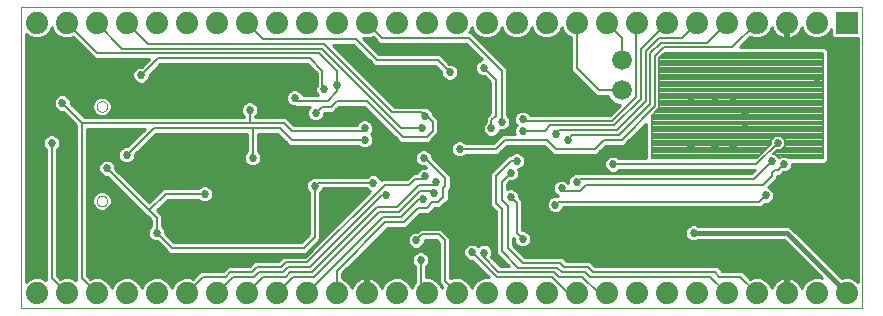
<source format=gbl>
G75*
%MOIN*%
%OFA0B0*%
%FSLAX24Y24*%
%IPPOS*%
%LPD*%
%AMOC8*
5,1,8,0,0,1.08239X$1,22.5*
%
%ADD10C,0.0000*%
%ADD11C,0.0740*%
%ADD12R,0.0740X0.0740*%
%ADD13C,0.0660*%
%ADD14C,0.0270*%
%ADD15C,0.0100*%
%ADD16C,0.0080*%
%ADD17C,0.0160*%
D10*
X004240Y017780D02*
X004240Y027820D01*
X032280Y027820D01*
X032280Y017780D01*
X004240Y017780D01*
X006763Y021364D02*
X006765Y021390D01*
X006771Y021416D01*
X006780Y021440D01*
X006793Y021463D01*
X006810Y021483D01*
X006829Y021501D01*
X006851Y021516D01*
X006874Y021527D01*
X006899Y021535D01*
X006925Y021539D01*
X006951Y021539D01*
X006977Y021535D01*
X007002Y021527D01*
X007026Y021516D01*
X007047Y021501D01*
X007066Y021483D01*
X007083Y021463D01*
X007096Y021440D01*
X007105Y021416D01*
X007111Y021390D01*
X007113Y021364D01*
X007111Y021338D01*
X007105Y021312D01*
X007096Y021288D01*
X007083Y021265D01*
X007066Y021245D01*
X007047Y021227D01*
X007025Y021212D01*
X007002Y021201D01*
X006977Y021193D01*
X006951Y021189D01*
X006925Y021189D01*
X006899Y021193D01*
X006874Y021201D01*
X006850Y021212D01*
X006829Y021227D01*
X006810Y021245D01*
X006793Y021265D01*
X006780Y021288D01*
X006771Y021312D01*
X006765Y021338D01*
X006763Y021364D01*
X006763Y024514D02*
X006765Y024540D01*
X006771Y024566D01*
X006780Y024590D01*
X006793Y024613D01*
X006810Y024633D01*
X006829Y024651D01*
X006851Y024666D01*
X006874Y024677D01*
X006899Y024685D01*
X006925Y024689D01*
X006951Y024689D01*
X006977Y024685D01*
X007002Y024677D01*
X007026Y024666D01*
X007047Y024651D01*
X007066Y024633D01*
X007083Y024613D01*
X007096Y024590D01*
X007105Y024566D01*
X007111Y024540D01*
X007113Y024514D01*
X007111Y024488D01*
X007105Y024462D01*
X007096Y024438D01*
X007083Y024415D01*
X007066Y024395D01*
X007047Y024377D01*
X007025Y024362D01*
X007002Y024351D01*
X006977Y024343D01*
X006951Y024339D01*
X006925Y024339D01*
X006899Y024343D01*
X006874Y024351D01*
X006850Y024362D01*
X006829Y024377D01*
X006810Y024395D01*
X006793Y024415D01*
X006780Y024438D01*
X006771Y024462D01*
X006765Y024488D01*
X006763Y024514D01*
D11*
X006760Y027300D03*
X007760Y027300D03*
X008760Y027300D03*
X009760Y027300D03*
X010760Y027300D03*
X011760Y027300D03*
X012760Y027300D03*
X013760Y027300D03*
X014760Y027300D03*
X015760Y027300D03*
X016760Y027300D03*
X017760Y027300D03*
X018760Y027300D03*
X019760Y027300D03*
X020760Y027300D03*
X021760Y027300D03*
X022760Y027300D03*
X023760Y027300D03*
X024760Y027300D03*
X025760Y027300D03*
X026760Y027300D03*
X027760Y027300D03*
X028760Y027300D03*
X029760Y027300D03*
X030760Y027300D03*
X030760Y018300D03*
X031760Y018300D03*
X029760Y018300D03*
X028760Y018300D03*
X027760Y018300D03*
X026760Y018300D03*
X025760Y018300D03*
X024760Y018300D03*
X023760Y018300D03*
X022760Y018300D03*
X021760Y018300D03*
X020760Y018300D03*
X019760Y018300D03*
X018760Y018300D03*
X017760Y018300D03*
X016760Y018300D03*
X015760Y018300D03*
X014760Y018300D03*
X013760Y018300D03*
X012760Y018300D03*
X011760Y018300D03*
X010760Y018300D03*
X009760Y018300D03*
X008760Y018300D03*
X007760Y018300D03*
X006760Y018300D03*
X005760Y018300D03*
X004760Y018300D03*
X004760Y027300D03*
X005760Y027300D03*
D12*
X031760Y027300D03*
D13*
X024260Y026050D03*
X024260Y025050D03*
D14*
X026560Y024800D03*
X027360Y024800D03*
X027960Y024800D03*
X028360Y024300D03*
X028360Y023800D03*
X027960Y023200D03*
X027360Y023200D03*
X026560Y023200D03*
X024920Y023300D03*
X023880Y023100D03*
X023970Y022590D03*
X022760Y022000D03*
X022260Y021790D03*
X022050Y021240D03*
X020560Y021500D03*
X020560Y022300D03*
X020760Y022700D03*
X020960Y023690D03*
X020260Y024000D03*
X019920Y023780D03*
X019550Y024340D03*
X018460Y024550D03*
X017700Y024200D03*
X017620Y023800D03*
X018860Y023100D03*
X017660Y022800D03*
X017700Y022190D03*
X018080Y022000D03*
X018020Y021620D03*
X017640Y021420D03*
X016420Y021560D03*
X015970Y021970D03*
X015550Y022260D03*
X015950Y022720D03*
X015690Y023400D03*
X015690Y023800D03*
X014060Y024300D03*
X014340Y025080D03*
X014780Y025220D03*
X013360Y024800D03*
X013060Y025100D03*
X011860Y024400D03*
X010560Y023200D03*
X011960Y022800D03*
X012160Y022200D03*
X010360Y021600D03*
X008760Y020300D03*
X007100Y022460D03*
X007760Y022900D03*
X007120Y023330D03*
X005260Y023300D03*
X005611Y024629D03*
X008240Y025560D03*
X014030Y021870D03*
X017410Y020060D03*
X018060Y019900D03*
X017560Y019400D03*
X019270Y019660D03*
X019460Y020010D03*
X019670Y019640D03*
X020960Y020100D03*
X022960Y019800D03*
X026660Y020300D03*
X029060Y021550D03*
X029660Y022600D03*
X029260Y022700D03*
X029460Y023300D03*
X030760Y025300D03*
X022460Y023400D03*
X022060Y023600D03*
X020960Y024090D03*
X019660Y025800D03*
X018530Y025660D03*
X017220Y025280D03*
X022410Y022590D03*
D15*
X022598Y022242D02*
X022518Y022161D01*
X022475Y022057D01*
X022475Y021978D01*
X022421Y022032D01*
X022316Y022075D01*
X022203Y022075D01*
X022098Y022032D01*
X022018Y021951D01*
X021975Y021847D01*
X021975Y021733D01*
X022018Y021629D01*
X022098Y021548D01*
X022142Y021530D01*
X022071Y021530D01*
X022066Y021525D01*
X021993Y021525D01*
X021888Y021482D01*
X021808Y021401D01*
X021765Y021297D01*
X021765Y021183D01*
X021808Y021079D01*
X021888Y020998D01*
X021993Y020955D01*
X022106Y020955D01*
X022211Y020998D01*
X022291Y021079D01*
X022321Y021150D01*
X028928Y021150D01*
X029043Y021265D01*
X029116Y021265D01*
X029221Y021308D01*
X029301Y021389D01*
X029345Y021493D01*
X029345Y021607D01*
X029301Y021711D01*
X029221Y021792D01*
X029149Y021821D01*
X029150Y021821D01*
X029150Y021821D01*
X029338Y022010D01*
X029450Y022121D01*
X029450Y022210D01*
X029538Y022210D01*
X029643Y022315D01*
X029716Y022315D01*
X029821Y022358D01*
X029901Y022439D01*
X029945Y022543D01*
X029945Y022610D01*
X031038Y022610D01*
X031150Y022721D01*
X031150Y026379D01*
X031038Y026490D01*
X028218Y026490D01*
X028552Y026823D01*
X028656Y026780D01*
X028863Y026780D01*
X029054Y026859D01*
X029200Y027005D01*
X029261Y027152D01*
X029278Y027100D01*
X029315Y027027D01*
X029363Y026961D01*
X029421Y026903D01*
X029487Y026855D01*
X029560Y026818D01*
X029638Y026793D01*
X029710Y026781D01*
X029710Y027250D01*
X029810Y027250D01*
X029810Y026781D01*
X029881Y026793D01*
X029959Y026818D01*
X030032Y026855D01*
X030098Y026903D01*
X030156Y026961D01*
X030204Y027027D01*
X030241Y027100D01*
X030258Y027152D01*
X030319Y027005D01*
X030465Y026859D01*
X030656Y026780D01*
X030863Y026780D01*
X031054Y026859D01*
X031200Y027005D01*
X031240Y027100D01*
X031240Y026868D01*
X031327Y026780D01*
X032130Y026780D01*
X032130Y018665D01*
X032054Y018741D01*
X031863Y018820D01*
X031656Y018820D01*
X031592Y018793D01*
X029855Y020530D01*
X026833Y020530D01*
X026821Y020542D01*
X026716Y020585D01*
X026603Y020585D01*
X026498Y020542D01*
X026418Y020461D01*
X026375Y020357D01*
X026375Y020243D01*
X026418Y020139D01*
X026498Y020058D01*
X026603Y020015D01*
X026716Y020015D01*
X026821Y020058D01*
X026833Y020070D01*
X029664Y020070D01*
X030951Y018784D01*
X030863Y018820D01*
X030656Y018820D01*
X030465Y018741D01*
X030319Y018595D01*
X030258Y018448D01*
X030241Y018500D01*
X030204Y018573D01*
X030156Y018639D01*
X030098Y018697D01*
X030032Y018745D01*
X029959Y018782D01*
X029881Y018807D01*
X029810Y018819D01*
X029810Y018350D01*
X029710Y018350D01*
X029710Y018819D01*
X029638Y018807D01*
X029560Y018782D01*
X029487Y018745D01*
X029421Y018697D01*
X029363Y018639D01*
X029315Y018573D01*
X029278Y018500D01*
X029261Y018448D01*
X029200Y018595D01*
X029054Y018741D01*
X028863Y018820D01*
X028656Y018820D01*
X028552Y018777D01*
X028410Y018919D01*
X028298Y019030D01*
X027598Y019030D01*
X027560Y019069D01*
X027560Y019079D01*
X027448Y019190D01*
X023378Y019190D01*
X023320Y019249D01*
X023208Y019360D01*
X022428Y019360D01*
X022298Y019490D01*
X021038Y019490D01*
X020650Y019879D01*
X020650Y020141D01*
X020675Y020116D01*
X020675Y020043D01*
X020718Y019939D01*
X020798Y019858D01*
X020903Y019815D01*
X021016Y019815D01*
X021121Y019858D01*
X021201Y019939D01*
X021245Y020043D01*
X021245Y020157D01*
X021201Y020261D01*
X021121Y020342D01*
X021016Y020385D01*
X020950Y020385D01*
X020950Y021379D01*
X020845Y021484D01*
X020845Y021557D01*
X020801Y021661D01*
X020721Y021742D01*
X020616Y021785D01*
X020503Y021785D01*
X020450Y021763D01*
X020450Y021921D01*
X020543Y022015D01*
X020616Y022015D01*
X020721Y022058D01*
X020801Y022139D01*
X020845Y022243D01*
X020845Y022357D01*
X020820Y022416D01*
X020921Y022458D01*
X021001Y022539D01*
X021045Y022643D01*
X021045Y022757D01*
X021001Y022861D01*
X020921Y022942D01*
X020816Y022985D01*
X020703Y022985D01*
X020598Y022942D01*
X020546Y022890D01*
X020481Y022890D01*
X020370Y022779D01*
X019870Y022279D01*
X019870Y021221D01*
X019981Y021110D01*
X020070Y021021D01*
X020070Y019621D01*
X020181Y019510D01*
X020501Y019190D01*
X020228Y019190D01*
X019919Y019499D01*
X019955Y019583D01*
X019955Y019697D01*
X019911Y019801D01*
X019831Y019882D01*
X019726Y019925D01*
X019613Y019925D01*
X019508Y019882D01*
X019480Y019853D01*
X019431Y019902D01*
X019326Y019945D01*
X019213Y019945D01*
X019108Y019902D01*
X019028Y019821D01*
X018985Y019717D01*
X018985Y019603D01*
X019028Y019499D01*
X019108Y019418D01*
X019213Y019375D01*
X019286Y019375D01*
X019841Y018820D01*
X019656Y018820D01*
X019465Y018741D01*
X019319Y018595D01*
X019260Y018452D01*
X019200Y018595D01*
X019054Y018741D01*
X018863Y018820D01*
X018656Y018820D01*
X018559Y018780D01*
X018550Y018789D01*
X018550Y020129D01*
X018350Y020329D01*
X018238Y020440D01*
X017531Y020440D01*
X017436Y020345D01*
X017353Y020345D01*
X017248Y020302D01*
X017168Y020221D01*
X017125Y020117D01*
X017125Y020003D01*
X017168Y019899D01*
X017248Y019818D01*
X017353Y019775D01*
X017466Y019775D01*
X017571Y019818D01*
X017651Y019899D01*
X017695Y020003D01*
X017695Y020060D01*
X018081Y020060D01*
X018170Y019971D01*
X018170Y018631D01*
X018281Y018520D01*
X018286Y018515D01*
X018260Y018452D01*
X018200Y018595D01*
X018054Y018741D01*
X017863Y018820D01*
X017750Y018820D01*
X017750Y019187D01*
X017801Y019239D01*
X017845Y019343D01*
X017845Y019457D01*
X017801Y019561D01*
X017721Y019642D01*
X017616Y019685D01*
X017503Y019685D01*
X017398Y019642D01*
X017318Y019561D01*
X017275Y019457D01*
X017275Y019343D01*
X017318Y019239D01*
X017370Y019187D01*
X017370Y018645D01*
X017319Y018595D01*
X017260Y018452D01*
X017200Y018595D01*
X017054Y018741D01*
X016863Y018820D01*
X016656Y018820D01*
X016465Y018741D01*
X016319Y018595D01*
X016258Y018448D01*
X016241Y018500D01*
X016204Y018573D01*
X016156Y018639D01*
X016098Y018697D01*
X016032Y018745D01*
X015959Y018782D01*
X015881Y018807D01*
X015810Y018819D01*
X015810Y018350D01*
X015710Y018350D01*
X015710Y018819D01*
X015638Y018807D01*
X015560Y018782D01*
X015487Y018745D01*
X015421Y018697D01*
X015363Y018639D01*
X015315Y018573D01*
X015278Y018500D01*
X015261Y018448D01*
X015200Y018595D01*
X015054Y018741D01*
X014950Y018784D01*
X014950Y018951D01*
X016458Y020460D01*
X017068Y020460D01*
X017548Y020940D01*
X017838Y020940D01*
X018028Y021130D01*
X018218Y021130D01*
X018388Y021300D01*
X018500Y021411D01*
X018500Y021731D01*
X018560Y021791D01*
X018560Y022199D01*
X017945Y022814D01*
X017945Y022857D01*
X017901Y022961D01*
X017821Y023042D01*
X017716Y023085D01*
X017603Y023085D01*
X017498Y023042D01*
X017418Y022961D01*
X017375Y022857D01*
X017375Y022743D01*
X017418Y022639D01*
X017498Y022558D01*
X017603Y022515D01*
X017706Y022515D01*
X017746Y022475D01*
X017643Y022475D01*
X017538Y022432D01*
X017458Y022351D01*
X017437Y022300D01*
X017301Y022300D01*
X017190Y022189D01*
X017091Y022090D01*
X016281Y022090D01*
X016244Y022053D01*
X016211Y022131D01*
X016131Y022212D01*
X016026Y022255D01*
X015913Y022255D01*
X015808Y022212D01*
X015756Y022160D01*
X014051Y022160D01*
X014046Y022155D01*
X013973Y022155D01*
X013868Y022112D01*
X013788Y022031D01*
X013745Y021927D01*
X013745Y021813D01*
X013788Y021709D01*
X013840Y021657D01*
X013840Y020249D01*
X013581Y019990D01*
X009338Y019990D01*
X009045Y020284D01*
X009045Y020357D01*
X009001Y020461D01*
X008950Y020513D01*
X008950Y020879D01*
X008778Y021050D01*
X009138Y021410D01*
X010146Y021410D01*
X010198Y021358D01*
X010303Y021315D01*
X010416Y021315D01*
X010521Y021358D01*
X010601Y021439D01*
X010645Y021543D01*
X010645Y021657D01*
X010601Y021761D01*
X010521Y021842D01*
X010416Y021885D01*
X010303Y021885D01*
X010198Y021842D01*
X010146Y021790D01*
X008981Y021790D01*
X008510Y021319D01*
X007385Y022444D01*
X007385Y022517D01*
X007341Y022621D01*
X007261Y022702D01*
X007156Y022745D01*
X007043Y022745D01*
X006938Y022702D01*
X006858Y022621D01*
X006815Y022517D01*
X006815Y022403D01*
X006858Y022299D01*
X006938Y022218D01*
X007043Y022175D01*
X007116Y022175D01*
X008320Y020971D01*
X008431Y020860D01*
X008570Y020721D01*
X008570Y020513D01*
X008518Y020461D01*
X008475Y020357D01*
X008475Y020243D01*
X008518Y020139D01*
X008598Y020058D01*
X008703Y020015D01*
X008776Y020015D01*
X009070Y019721D01*
X009181Y019610D01*
X013738Y019610D01*
X014220Y020091D01*
X014220Y021657D01*
X014271Y021709D01*
X014301Y021780D01*
X015756Y021780D01*
X015808Y021728D01*
X015887Y021696D01*
X013701Y019510D01*
X012981Y019510D01*
X012821Y019350D01*
X012021Y019350D01*
X011861Y019190D01*
X011141Y019190D01*
X010981Y019030D01*
X010221Y019030D01*
X010110Y018919D01*
X009968Y018777D01*
X009863Y018820D01*
X009656Y018820D01*
X009465Y018741D01*
X009319Y018595D01*
X009260Y018452D01*
X009200Y018595D01*
X009054Y018741D01*
X008863Y018820D01*
X008656Y018820D01*
X008465Y018741D01*
X008319Y018595D01*
X008260Y018452D01*
X008200Y018595D01*
X008054Y018741D01*
X007863Y018820D01*
X007656Y018820D01*
X007465Y018741D01*
X007319Y018595D01*
X007260Y018452D01*
X007200Y018595D01*
X007054Y018741D01*
X006863Y018820D01*
X006656Y018820D01*
X006552Y018777D01*
X006450Y018879D01*
X006450Y023770D01*
X008361Y023770D01*
X007776Y023185D01*
X007703Y023185D01*
X007598Y023142D01*
X007518Y023061D01*
X007475Y022957D01*
X007475Y022843D01*
X007518Y022739D01*
X007598Y022658D01*
X007703Y022615D01*
X007816Y022615D01*
X007921Y022658D01*
X008001Y022739D01*
X008045Y022843D01*
X008045Y022916D01*
X008738Y023610D01*
X011770Y023610D01*
X011770Y023013D01*
X011718Y022961D01*
X011675Y022857D01*
X011675Y022743D01*
X011718Y022639D01*
X011798Y022558D01*
X011903Y022515D01*
X012016Y022515D01*
X012121Y022558D01*
X012201Y022639D01*
X012245Y022743D01*
X012245Y022857D01*
X012201Y022961D01*
X012150Y023013D01*
X012150Y023610D01*
X012781Y023610D01*
X013070Y023321D01*
X013181Y023210D01*
X015476Y023210D01*
X015528Y023158D01*
X015633Y023115D01*
X015746Y023115D01*
X015851Y023158D01*
X015931Y023239D01*
X015975Y023343D01*
X015975Y023457D01*
X015931Y023561D01*
X015893Y023600D01*
X015931Y023639D01*
X015975Y023743D01*
X015975Y023857D01*
X015931Y023961D01*
X015851Y024042D01*
X015746Y024085D01*
X015633Y024085D01*
X015528Y024042D01*
X015448Y023961D01*
X015418Y023890D01*
X013338Y023890D01*
X013078Y024150D01*
X012050Y024150D01*
X012050Y024187D01*
X012101Y024239D01*
X012145Y024343D01*
X012145Y024457D01*
X012101Y024561D01*
X012021Y024642D01*
X011916Y024685D01*
X011803Y024685D01*
X011698Y024642D01*
X011618Y024561D01*
X011575Y024457D01*
X011575Y024343D01*
X011618Y024239D01*
X011670Y024187D01*
X011670Y024150D01*
X006358Y024150D01*
X005896Y024612D01*
X005896Y024685D01*
X005852Y024790D01*
X005772Y024870D01*
X005667Y024914D01*
X005554Y024914D01*
X005449Y024870D01*
X005369Y024790D01*
X005326Y024685D01*
X005326Y024572D01*
X005369Y024467D01*
X005449Y024387D01*
X005554Y024344D01*
X005627Y024344D01*
X006070Y023901D01*
X006070Y018725D01*
X006054Y018741D01*
X005863Y018820D01*
X005656Y018820D01*
X005552Y018777D01*
X005450Y018879D01*
X005450Y023087D01*
X005501Y023139D01*
X005545Y023243D01*
X005545Y023357D01*
X005501Y023461D01*
X005421Y023542D01*
X005316Y023585D01*
X005203Y023585D01*
X005098Y023542D01*
X005018Y023461D01*
X004975Y023357D01*
X004975Y023243D01*
X005018Y023139D01*
X005070Y023087D01*
X005070Y018725D01*
X005054Y018741D01*
X004863Y018820D01*
X004656Y018820D01*
X004465Y018741D01*
X004390Y018665D01*
X004390Y026935D01*
X004465Y026859D01*
X004656Y026780D01*
X004863Y026780D01*
X005054Y026859D01*
X005200Y027005D01*
X005260Y027148D01*
X005319Y027005D01*
X005465Y026859D01*
X005656Y026780D01*
X005863Y026780D01*
X005968Y026823D01*
X006701Y026090D01*
X008501Y026090D01*
X008256Y025845D01*
X008183Y025845D01*
X008078Y025802D01*
X007998Y025721D01*
X007955Y025617D01*
X007955Y025503D01*
X007998Y025399D01*
X008078Y025318D01*
X008183Y025275D01*
X008296Y025275D01*
X008401Y025318D01*
X008481Y025399D01*
X008525Y025503D01*
X008525Y025576D01*
X008878Y025930D01*
X013781Y025930D01*
X014090Y025621D01*
X014090Y025221D01*
X014055Y025137D01*
X014055Y025023D01*
X014098Y024919D01*
X014126Y024890D01*
X013631Y024890D01*
X013601Y024961D01*
X013521Y025042D01*
X013416Y025085D01*
X013303Y025085D01*
X013198Y025042D01*
X013118Y024961D01*
X013075Y024857D01*
X013075Y024743D01*
X013118Y024639D01*
X013198Y024558D01*
X013303Y024515D01*
X013376Y024515D01*
X013381Y024510D01*
X013866Y024510D01*
X013818Y024461D01*
X013775Y024357D01*
X013775Y024243D01*
X013818Y024139D01*
X013898Y024058D01*
X014003Y024015D01*
X014116Y024015D01*
X014221Y024058D01*
X014301Y024139D01*
X014345Y024243D01*
X014345Y024310D01*
X014638Y024310D01*
X014750Y024421D01*
X014838Y024510D01*
X015681Y024510D01*
X016081Y024110D01*
X016770Y023421D01*
X016881Y023310D01*
X017838Y023310D01*
X017950Y023421D01*
X018150Y023621D01*
X018150Y024079D01*
X018038Y024190D01*
X017985Y024244D01*
X017985Y024257D01*
X017941Y024361D01*
X017861Y024442D01*
X017756Y024485D01*
X017683Y024485D01*
X017658Y024510D01*
X016698Y024510D01*
X014638Y026570D01*
X015321Y026570D01*
X015910Y025981D01*
X016021Y025870D01*
X018051Y025870D01*
X018245Y025676D01*
X018245Y025603D01*
X018288Y025499D01*
X018368Y025418D01*
X018473Y025375D01*
X018586Y025375D01*
X018691Y025418D01*
X018771Y025499D01*
X018815Y025603D01*
X018815Y025717D01*
X018771Y025821D01*
X018691Y025902D01*
X018586Y025945D01*
X018513Y025945D01*
X018208Y026250D01*
X016178Y026250D01*
X015643Y026786D01*
X015656Y026780D01*
X015863Y026780D01*
X015968Y026823D01*
X016070Y026721D01*
X016181Y026610D01*
X019081Y026610D01*
X019606Y026085D01*
X019603Y026085D01*
X019498Y026042D01*
X019418Y025961D01*
X019375Y025857D01*
X019375Y025743D01*
X019418Y025639D01*
X019498Y025558D01*
X019603Y025515D01*
X019676Y025515D01*
X019870Y025321D01*
X019870Y024289D01*
X019841Y024260D01*
X019730Y024149D01*
X019730Y023993D01*
X019678Y023941D01*
X019635Y023837D01*
X019635Y023723D01*
X019678Y023619D01*
X019758Y023538D01*
X019863Y023495D01*
X019976Y023495D01*
X020081Y023538D01*
X020161Y023619D01*
X020201Y023716D01*
X020203Y023715D01*
X020316Y023715D01*
X020421Y023758D01*
X020501Y023839D01*
X020545Y023943D01*
X020545Y024057D01*
X020501Y024161D01*
X020450Y024213D01*
X020450Y025779D01*
X020338Y025890D01*
X019238Y026990D01*
X019185Y026990D01*
X019200Y027005D01*
X019260Y027148D01*
X019319Y027005D01*
X019465Y026859D01*
X019656Y026780D01*
X019863Y026780D01*
X020054Y026859D01*
X020200Y027005D01*
X020260Y027148D01*
X020319Y027005D01*
X020465Y026859D01*
X020656Y026780D01*
X020863Y026780D01*
X021054Y026859D01*
X021200Y027005D01*
X021260Y027148D01*
X021319Y027005D01*
X021465Y026859D01*
X021656Y026780D01*
X021863Y026780D01*
X022054Y026859D01*
X022200Y027005D01*
X022260Y027148D01*
X022319Y027005D01*
X022465Y026859D01*
X022570Y026816D01*
X022570Y025721D01*
X022681Y025610D01*
X023320Y024971D01*
X023431Y024860D01*
X023819Y024860D01*
X023853Y024778D01*
X023988Y024643D01*
X024164Y024570D01*
X024201Y024570D01*
X023861Y024230D01*
X021210Y024230D01*
X021201Y024251D01*
X021121Y024332D01*
X021016Y024375D01*
X020903Y024375D01*
X020798Y024332D01*
X020718Y024251D01*
X020675Y024147D01*
X020675Y024033D01*
X020718Y023929D01*
X020756Y023890D01*
X020718Y023851D01*
X020675Y023747D01*
X020675Y023633D01*
X020692Y023590D01*
X020281Y023590D01*
X019981Y023290D01*
X019073Y023290D01*
X019021Y023342D01*
X018916Y023385D01*
X018803Y023385D01*
X018698Y023342D01*
X018618Y023261D01*
X018575Y023157D01*
X018575Y023043D01*
X018618Y022939D01*
X018698Y022858D01*
X018803Y022815D01*
X018916Y022815D01*
X019021Y022858D01*
X019073Y022910D01*
X020138Y022910D01*
X020250Y023021D01*
X020438Y023210D01*
X021681Y023210D01*
X021981Y022910D01*
X023438Y022910D01*
X023550Y023021D01*
X023738Y023210D01*
X024338Y023210D01*
X024450Y023321D01*
X024450Y023321D01*
X025070Y023941D01*
X025070Y022780D01*
X024183Y022780D01*
X024131Y022832D01*
X024026Y022875D01*
X023913Y022875D01*
X023808Y022832D01*
X023728Y022751D01*
X023685Y022647D01*
X023685Y022533D01*
X023728Y022429D01*
X023808Y022348D01*
X023913Y022305D01*
X024026Y022305D01*
X024131Y022348D01*
X024183Y022400D01*
X028691Y022400D01*
X028581Y022290D01*
X022781Y022290D01*
X022776Y022285D01*
X022703Y022285D01*
X022598Y022242D01*
X022589Y022233D02*
X020840Y022233D01*
X020845Y022331D02*
X023850Y022331D01*
X023728Y022430D02*
X020851Y022430D01*
X020991Y022528D02*
X023687Y022528D01*
X023685Y022627D02*
X021038Y022627D01*
X021045Y022725D02*
X023717Y022725D01*
X023800Y022824D02*
X021017Y022824D01*
X020941Y022922D02*
X021969Y022922D01*
X021870Y023021D02*
X020249Y023021D01*
X020347Y023119D02*
X021772Y023119D01*
X020684Y023612D02*
X020154Y023612D01*
X020199Y023710D02*
X020675Y023710D01*
X020700Y023809D02*
X020471Y023809D01*
X020529Y023907D02*
X020739Y023907D01*
X020686Y024006D02*
X020545Y024006D01*
X020525Y024104D02*
X020675Y024104D01*
X020698Y024203D02*
X020460Y024203D01*
X020450Y024301D02*
X020767Y024301D01*
X020450Y024400D02*
X024030Y024400D01*
X024129Y024498D02*
X020450Y024498D01*
X020450Y024597D02*
X024100Y024597D01*
X023936Y024695D02*
X020450Y024695D01*
X020450Y024794D02*
X023846Y024794D01*
X023399Y024892D02*
X020450Y024892D01*
X020450Y024991D02*
X023300Y024991D01*
X023202Y025089D02*
X020450Y025089D01*
X020450Y025188D02*
X023103Y025188D01*
X023005Y025286D02*
X020450Y025286D01*
X020450Y025385D02*
X022906Y025385D01*
X022808Y025483D02*
X020450Y025483D01*
X020450Y025582D02*
X022709Y025582D01*
X022611Y025680D02*
X020450Y025680D01*
X020450Y025779D02*
X022570Y025779D01*
X022570Y025877D02*
X020351Y025877D01*
X020253Y025976D02*
X022570Y025976D01*
X022570Y026074D02*
X020154Y026074D01*
X020056Y026173D02*
X022570Y026173D01*
X022570Y026271D02*
X019957Y026271D01*
X019859Y026370D02*
X022570Y026370D01*
X022570Y026468D02*
X019760Y026468D01*
X019662Y026567D02*
X022570Y026567D01*
X022570Y026665D02*
X019563Y026665D01*
X019465Y026764D02*
X022570Y026764D01*
X022462Y026862D02*
X022057Y026862D01*
X022155Y026961D02*
X022364Y026961D01*
X022296Y027059D02*
X022223Y027059D01*
X021462Y026862D02*
X021057Y026862D01*
X021155Y026961D02*
X021364Y026961D01*
X021296Y027059D02*
X021223Y027059D01*
X020462Y026862D02*
X020057Y026862D01*
X020155Y026961D02*
X020364Y026961D01*
X020296Y027059D02*
X020223Y027059D01*
X019462Y026862D02*
X019366Y026862D01*
X019364Y026961D02*
X019268Y026961D01*
X019296Y027059D02*
X019223Y027059D01*
X019124Y026567D02*
X015862Y026567D01*
X015763Y026665D02*
X016126Y026665D01*
X016027Y026764D02*
X015665Y026764D01*
X015423Y026468D02*
X014740Y026468D01*
X014642Y026567D02*
X015324Y026567D01*
X015521Y026370D02*
X014839Y026370D01*
X014937Y026271D02*
X015620Y026271D01*
X015718Y026173D02*
X015036Y026173D01*
X015134Y026074D02*
X015817Y026074D01*
X015915Y025976D02*
X015233Y025976D01*
X015331Y025877D02*
X016014Y025877D01*
X016157Y026271D02*
X019420Y026271D01*
X019518Y026173D02*
X018286Y026173D01*
X018384Y026074D02*
X019576Y026074D01*
X019432Y025976D02*
X018483Y025976D01*
X018716Y025877D02*
X019383Y025877D01*
X019375Y025779D02*
X018789Y025779D01*
X018815Y025680D02*
X019401Y025680D01*
X019475Y025582D02*
X018805Y025582D01*
X018756Y025483D02*
X019708Y025483D01*
X019806Y025385D02*
X018609Y025385D01*
X018450Y025385D02*
X015824Y025385D01*
X015725Y025483D02*
X018303Y025483D01*
X018254Y025582D02*
X015627Y025582D01*
X015528Y025680D02*
X018241Y025680D01*
X018142Y025779D02*
X015430Y025779D01*
X015922Y025286D02*
X019870Y025286D01*
X019870Y025188D02*
X016021Y025188D01*
X016119Y025089D02*
X019870Y025089D01*
X019870Y024991D02*
X016218Y024991D01*
X016316Y024892D02*
X019870Y024892D01*
X019870Y024794D02*
X016415Y024794D01*
X016513Y024695D02*
X019870Y024695D01*
X019870Y024597D02*
X016612Y024597D01*
X016087Y024104D02*
X014267Y024104D01*
X014328Y024203D02*
X015988Y024203D01*
X016081Y024110D02*
X016081Y024110D01*
X016185Y024006D02*
X015887Y024006D01*
X015954Y023907D02*
X016284Y023907D01*
X016382Y023809D02*
X015975Y023809D01*
X015961Y023710D02*
X016481Y023710D01*
X016579Y023612D02*
X015904Y023612D01*
X015951Y023513D02*
X016678Y023513D01*
X016770Y023421D02*
X016770Y023421D01*
X016776Y023415D02*
X015975Y023415D01*
X015963Y023316D02*
X016875Y023316D01*
X017402Y022922D02*
X012217Y022922D01*
X012245Y022824D02*
X017375Y022824D01*
X017382Y022725D02*
X012237Y022725D01*
X012189Y022627D02*
X017430Y022627D01*
X017571Y022528D02*
X012048Y022528D01*
X011871Y022528D02*
X007380Y022528D01*
X007399Y022430D02*
X017536Y022430D01*
X017449Y022331D02*
X007497Y022331D01*
X007596Y022233D02*
X015859Y022233D01*
X016080Y022233D02*
X017233Y022233D01*
X017135Y022134D02*
X016209Y022134D01*
X015796Y021740D02*
X014284Y021740D01*
X014220Y021642D02*
X015832Y021642D01*
X015734Y021543D02*
X014220Y021543D01*
X014220Y021445D02*
X015635Y021445D01*
X015537Y021346D02*
X014220Y021346D01*
X014220Y021248D02*
X015438Y021248D01*
X015340Y021149D02*
X014220Y021149D01*
X014220Y021051D02*
X015241Y021051D01*
X015143Y020952D02*
X014220Y020952D01*
X014220Y020854D02*
X015044Y020854D01*
X014946Y020755D02*
X014220Y020755D01*
X014220Y020657D02*
X014847Y020657D01*
X014749Y020558D02*
X014220Y020558D01*
X014220Y020460D02*
X014650Y020460D01*
X014552Y020361D02*
X014220Y020361D01*
X014220Y020263D02*
X014453Y020263D01*
X014355Y020164D02*
X014220Y020164D01*
X014194Y020066D02*
X014256Y020066D01*
X014158Y019967D02*
X014095Y019967D01*
X014059Y019869D02*
X013997Y019869D01*
X013961Y019770D02*
X013898Y019770D01*
X013862Y019672D02*
X013800Y019672D01*
X013764Y019573D02*
X006450Y019573D01*
X006450Y019475D02*
X012945Y019475D01*
X012847Y019376D02*
X006450Y019376D01*
X006450Y019278D02*
X011948Y019278D01*
X011130Y019179D02*
X006450Y019179D01*
X006450Y019081D02*
X011031Y019081D01*
X010173Y018982D02*
X006450Y018982D01*
X006450Y018884D02*
X010074Y018884D01*
X010110Y018919D02*
X010110Y018919D01*
X009976Y018785D02*
X009947Y018785D01*
X009572Y018785D02*
X008947Y018785D01*
X009108Y018687D02*
X009411Y018687D01*
X009316Y018588D02*
X009203Y018588D01*
X009244Y018490D02*
X009275Y018490D01*
X008572Y018785D02*
X007947Y018785D01*
X008108Y018687D02*
X008411Y018687D01*
X008316Y018588D02*
X008203Y018588D01*
X008244Y018490D02*
X008275Y018490D01*
X007572Y018785D02*
X006947Y018785D01*
X007108Y018687D02*
X007411Y018687D01*
X007316Y018588D02*
X007203Y018588D01*
X007244Y018490D02*
X007275Y018490D01*
X006572Y018785D02*
X006543Y018785D01*
X006070Y018785D02*
X005947Y018785D01*
X006070Y018884D02*
X005450Y018884D01*
X005450Y018982D02*
X006070Y018982D01*
X006070Y019081D02*
X005450Y019081D01*
X005450Y019179D02*
X006070Y019179D01*
X006070Y019278D02*
X005450Y019278D01*
X005450Y019376D02*
X006070Y019376D01*
X006070Y019475D02*
X005450Y019475D01*
X005450Y019573D02*
X006070Y019573D01*
X006070Y019672D02*
X005450Y019672D01*
X005450Y019770D02*
X006070Y019770D01*
X006070Y019869D02*
X005450Y019869D01*
X005450Y019967D02*
X006070Y019967D01*
X006070Y020066D02*
X005450Y020066D01*
X005450Y020164D02*
X006070Y020164D01*
X006070Y020263D02*
X005450Y020263D01*
X005450Y020361D02*
X006070Y020361D01*
X006070Y020460D02*
X005450Y020460D01*
X005450Y020558D02*
X006070Y020558D01*
X006070Y020657D02*
X005450Y020657D01*
X005450Y020755D02*
X006070Y020755D01*
X006070Y020854D02*
X005450Y020854D01*
X005450Y020952D02*
X006070Y020952D01*
X006070Y021051D02*
X005450Y021051D01*
X005450Y021149D02*
X006070Y021149D01*
X006070Y021248D02*
X005450Y021248D01*
X005450Y021346D02*
X006070Y021346D01*
X006070Y021445D02*
X005450Y021445D01*
X005450Y021543D02*
X006070Y021543D01*
X006070Y021642D02*
X005450Y021642D01*
X005450Y021740D02*
X006070Y021740D01*
X006070Y021839D02*
X005450Y021839D01*
X005450Y021937D02*
X006070Y021937D01*
X006070Y022036D02*
X005450Y022036D01*
X005450Y022134D02*
X006070Y022134D01*
X006070Y022233D02*
X005450Y022233D01*
X005450Y022331D02*
X006070Y022331D01*
X006070Y022430D02*
X005450Y022430D01*
X005450Y022528D02*
X006070Y022528D01*
X006070Y022627D02*
X005450Y022627D01*
X005450Y022725D02*
X006070Y022725D01*
X006070Y022824D02*
X005450Y022824D01*
X005450Y022922D02*
X006070Y022922D01*
X006070Y023021D02*
X005450Y023021D01*
X005482Y023119D02*
X006070Y023119D01*
X006070Y023218D02*
X005534Y023218D01*
X005545Y023316D02*
X006070Y023316D01*
X006070Y023415D02*
X005521Y023415D01*
X005450Y023513D02*
X006070Y023513D01*
X006070Y023612D02*
X004390Y023612D01*
X004390Y023710D02*
X006070Y023710D01*
X006070Y023809D02*
X004390Y023809D01*
X004390Y023907D02*
X006064Y023907D01*
X005965Y024006D02*
X004390Y024006D01*
X004390Y024104D02*
X005867Y024104D01*
X005768Y024203D02*
X004390Y024203D01*
X004390Y024301D02*
X005670Y024301D01*
X005437Y024400D02*
X004390Y024400D01*
X004390Y024498D02*
X005356Y024498D01*
X005326Y024597D02*
X004390Y024597D01*
X004390Y024695D02*
X005330Y024695D01*
X005373Y024794D02*
X004390Y024794D01*
X004390Y024892D02*
X005502Y024892D01*
X005720Y024892D02*
X013089Y024892D01*
X013075Y024794D02*
X007112Y024794D01*
X007122Y024789D02*
X007003Y024839D01*
X006874Y024839D01*
X006754Y024789D01*
X006663Y024698D01*
X006613Y024578D01*
X006613Y024449D01*
X006663Y024330D01*
X006754Y024238D01*
X006874Y024189D01*
X007003Y024189D01*
X007122Y024238D01*
X007214Y024330D01*
X007263Y024449D01*
X007263Y024578D01*
X007214Y024698D01*
X007122Y024789D01*
X007215Y024695D02*
X013095Y024695D01*
X013160Y024597D02*
X012066Y024597D01*
X012127Y024498D02*
X013854Y024498D01*
X013792Y024400D02*
X012145Y024400D01*
X012127Y024301D02*
X013775Y024301D01*
X013791Y024203D02*
X012065Y024203D01*
X011654Y024203D02*
X007036Y024203D01*
X007185Y024301D02*
X011592Y024301D01*
X011575Y024400D02*
X007243Y024400D01*
X007263Y024498D02*
X011592Y024498D01*
X011653Y024597D02*
X007256Y024597D01*
X006765Y024794D02*
X005849Y024794D01*
X005892Y024695D02*
X006662Y024695D01*
X006621Y024597D02*
X005912Y024597D01*
X006010Y024498D02*
X006613Y024498D01*
X006634Y024400D02*
X006109Y024400D01*
X006207Y024301D02*
X006691Y024301D01*
X006840Y024203D02*
X006306Y024203D01*
X006450Y023710D02*
X008301Y023710D01*
X008202Y023612D02*
X006450Y023612D01*
X006450Y023513D02*
X008104Y023513D01*
X008005Y023415D02*
X006450Y023415D01*
X006450Y023316D02*
X007907Y023316D01*
X007808Y023218D02*
X006450Y023218D01*
X006450Y023119D02*
X007575Y023119D01*
X007501Y023021D02*
X006450Y023021D01*
X006450Y022922D02*
X007475Y022922D01*
X007483Y022824D02*
X006450Y022824D01*
X006450Y022725D02*
X006995Y022725D01*
X006863Y022627D02*
X006450Y022627D01*
X006450Y022528D02*
X006819Y022528D01*
X006815Y022430D02*
X006450Y022430D01*
X006450Y022331D02*
X006844Y022331D01*
X006924Y022233D02*
X006450Y022233D01*
X006450Y022134D02*
X007157Y022134D01*
X007255Y022036D02*
X006450Y022036D01*
X006450Y021937D02*
X007354Y021937D01*
X007452Y021839D02*
X006450Y021839D01*
X006450Y021740D02*
X007551Y021740D01*
X007649Y021642D02*
X007118Y021642D01*
X007122Y021640D02*
X007003Y021689D01*
X006874Y021689D01*
X006754Y021640D01*
X006663Y021548D01*
X006613Y021429D01*
X006613Y021299D01*
X006663Y021180D01*
X006754Y021088D01*
X006874Y021039D01*
X007003Y021039D01*
X007122Y021088D01*
X007214Y021180D01*
X007263Y021299D01*
X007263Y021429D01*
X007214Y021548D01*
X007122Y021640D01*
X007216Y021543D02*
X007748Y021543D01*
X007846Y021445D02*
X007257Y021445D01*
X007263Y021346D02*
X007945Y021346D01*
X008043Y021248D02*
X007242Y021248D01*
X007183Y021149D02*
X008142Y021149D01*
X008240Y021051D02*
X007031Y021051D01*
X006846Y021051D02*
X006450Y021051D01*
X006450Y021149D02*
X006694Y021149D01*
X006635Y021248D02*
X006450Y021248D01*
X006450Y021346D02*
X006613Y021346D01*
X006620Y021445D02*
X006450Y021445D01*
X006450Y021543D02*
X006661Y021543D01*
X006759Y021642D02*
X006450Y021642D01*
X006450Y020952D02*
X008339Y020952D01*
X008320Y020971D02*
X008320Y020971D01*
X008431Y020860D02*
X008431Y020860D01*
X008437Y020854D02*
X006450Y020854D01*
X006450Y020755D02*
X008536Y020755D01*
X008570Y020657D02*
X006450Y020657D01*
X006450Y020558D02*
X008570Y020558D01*
X008517Y020460D02*
X006450Y020460D01*
X006450Y020361D02*
X008476Y020361D01*
X008475Y020263D02*
X006450Y020263D01*
X006450Y020164D02*
X008507Y020164D01*
X008591Y020066D02*
X006450Y020066D01*
X006450Y019967D02*
X008824Y019967D01*
X008922Y019869D02*
X006450Y019869D01*
X006450Y019770D02*
X009021Y019770D01*
X009119Y019672D02*
X006450Y019672D01*
X005070Y019672D02*
X004390Y019672D01*
X004390Y019770D02*
X005070Y019770D01*
X005070Y019869D02*
X004390Y019869D01*
X004390Y019967D02*
X005070Y019967D01*
X005070Y020066D02*
X004390Y020066D01*
X004390Y020164D02*
X005070Y020164D01*
X005070Y020263D02*
X004390Y020263D01*
X004390Y020361D02*
X005070Y020361D01*
X005070Y020460D02*
X004390Y020460D01*
X004390Y020558D02*
X005070Y020558D01*
X005070Y020657D02*
X004390Y020657D01*
X004390Y020755D02*
X005070Y020755D01*
X005070Y020854D02*
X004390Y020854D01*
X004390Y020952D02*
X005070Y020952D01*
X005070Y021051D02*
X004390Y021051D01*
X004390Y021149D02*
X005070Y021149D01*
X005070Y021248D02*
X004390Y021248D01*
X004390Y021346D02*
X005070Y021346D01*
X005070Y021445D02*
X004390Y021445D01*
X004390Y021543D02*
X005070Y021543D01*
X005070Y021642D02*
X004390Y021642D01*
X004390Y021740D02*
X005070Y021740D01*
X005070Y021839D02*
X004390Y021839D01*
X004390Y021937D02*
X005070Y021937D01*
X005070Y022036D02*
X004390Y022036D01*
X004390Y022134D02*
X005070Y022134D01*
X005070Y022233D02*
X004390Y022233D01*
X004390Y022331D02*
X005070Y022331D01*
X005070Y022430D02*
X004390Y022430D01*
X004390Y022528D02*
X005070Y022528D01*
X005070Y022627D02*
X004390Y022627D01*
X004390Y022725D02*
X005070Y022725D01*
X005070Y022824D02*
X004390Y022824D01*
X004390Y022922D02*
X005070Y022922D01*
X005070Y023021D02*
X004390Y023021D01*
X004390Y023119D02*
X005037Y023119D01*
X004985Y023218D02*
X004390Y023218D01*
X004390Y023316D02*
X004975Y023316D01*
X004998Y023415D02*
X004390Y023415D01*
X004390Y023513D02*
X005069Y023513D01*
X004390Y024991D02*
X013147Y024991D01*
X013572Y024991D02*
X014068Y024991D01*
X014055Y025089D02*
X004390Y025089D01*
X004390Y025188D02*
X014076Y025188D01*
X014090Y025286D02*
X008323Y025286D01*
X008156Y025286D02*
X004390Y025286D01*
X004390Y025385D02*
X008012Y025385D01*
X007963Y025483D02*
X004390Y025483D01*
X004390Y025582D02*
X007955Y025582D01*
X007981Y025680D02*
X004390Y025680D01*
X004390Y025779D02*
X008055Y025779D01*
X008288Y025877D02*
X004390Y025877D01*
X004390Y025976D02*
X008386Y025976D01*
X008485Y026074D02*
X004390Y026074D01*
X004390Y026173D02*
X006618Y026173D01*
X006520Y026271D02*
X004390Y026271D01*
X004390Y026370D02*
X006421Y026370D01*
X006323Y026468D02*
X004390Y026468D01*
X004390Y026567D02*
X006224Y026567D01*
X006126Y026665D02*
X004390Y026665D01*
X004390Y026764D02*
X006027Y026764D01*
X005462Y026862D02*
X005057Y026862D01*
X005155Y026961D02*
X005364Y026961D01*
X005296Y027059D02*
X005223Y027059D01*
X004462Y026862D02*
X004390Y026862D01*
X008530Y025582D02*
X014090Y025582D01*
X014090Y025483D02*
X008516Y025483D01*
X008467Y025385D02*
X014090Y025385D01*
X014031Y025680D02*
X008628Y025680D01*
X008727Y025779D02*
X013932Y025779D01*
X013834Y025877D02*
X008825Y025877D01*
X008641Y023513D02*
X011770Y023513D01*
X011770Y023415D02*
X008543Y023415D01*
X008444Y023316D02*
X011770Y023316D01*
X011770Y023218D02*
X008346Y023218D01*
X008247Y023119D02*
X011770Y023119D01*
X011770Y023021D02*
X008149Y023021D01*
X008050Y022922D02*
X011702Y022922D01*
X011675Y022824D02*
X008036Y022824D01*
X007988Y022725D02*
X011682Y022725D01*
X011730Y022627D02*
X007844Y022627D01*
X007675Y022627D02*
X007336Y022627D01*
X007204Y022725D02*
X007531Y022725D01*
X007694Y022134D02*
X013922Y022134D01*
X013792Y022036D02*
X007793Y022036D01*
X007891Y021937D02*
X013749Y021937D01*
X013745Y021839D02*
X010524Y021839D01*
X010610Y021740D02*
X013775Y021740D01*
X013840Y021642D02*
X010645Y021642D01*
X010644Y021543D02*
X013840Y021543D01*
X013840Y021445D02*
X010604Y021445D01*
X010491Y021346D02*
X013840Y021346D01*
X013840Y021248D02*
X008976Y021248D01*
X009074Y021346D02*
X010228Y021346D01*
X010195Y021839D02*
X007990Y021839D01*
X008088Y021740D02*
X008931Y021740D01*
X008832Y021642D02*
X008187Y021642D01*
X008285Y021543D02*
X008734Y021543D01*
X008635Y021445D02*
X008384Y021445D01*
X008482Y021346D02*
X008537Y021346D01*
X008779Y021051D02*
X013840Y021051D01*
X013840Y021149D02*
X008877Y021149D01*
X008876Y020952D02*
X013840Y020952D01*
X013840Y020854D02*
X008950Y020854D01*
X008950Y020755D02*
X013840Y020755D01*
X013840Y020657D02*
X008950Y020657D01*
X008950Y020558D02*
X013840Y020558D01*
X013840Y020460D02*
X009002Y020460D01*
X009043Y020361D02*
X013840Y020361D01*
X013840Y020263D02*
X009066Y020263D01*
X009164Y020164D02*
X013755Y020164D01*
X013656Y020066D02*
X009263Y020066D01*
X005572Y018785D02*
X005543Y018785D01*
X005070Y018785D02*
X004947Y018785D01*
X005070Y018884D02*
X004390Y018884D01*
X004390Y018982D02*
X005070Y018982D01*
X005070Y019081D02*
X004390Y019081D01*
X004390Y019179D02*
X005070Y019179D01*
X005070Y019278D02*
X004390Y019278D01*
X004390Y019376D02*
X005070Y019376D01*
X005070Y019475D02*
X004390Y019475D01*
X004390Y019573D02*
X005070Y019573D01*
X004572Y018785D02*
X004390Y018785D01*
X004390Y018687D02*
X004411Y018687D01*
X012150Y023021D02*
X017477Y023021D01*
X017842Y023021D02*
X018584Y023021D01*
X018575Y023119D02*
X015756Y023119D01*
X015623Y023119D02*
X012150Y023119D01*
X012150Y023218D02*
X013173Y023218D01*
X013075Y023316D02*
X012150Y023316D01*
X012150Y023415D02*
X012976Y023415D01*
X013070Y023321D02*
X013070Y023321D01*
X012878Y023513D02*
X012150Y023513D01*
X013124Y024104D02*
X013852Y024104D01*
X014345Y024301D02*
X015890Y024301D01*
X015791Y024400D02*
X014728Y024400D01*
X014826Y024498D02*
X015693Y024498D01*
X015492Y024006D02*
X013223Y024006D01*
X013321Y023907D02*
X015425Y023907D01*
X015910Y023218D02*
X018600Y023218D01*
X018672Y023316D02*
X017844Y023316D01*
X017943Y023415D02*
X020105Y023415D01*
X020020Y023513D02*
X020204Y023513D01*
X020007Y023316D02*
X019047Y023316D01*
X018937Y022824D02*
X020414Y022824D01*
X020316Y022725D02*
X018033Y022725D01*
X017945Y022824D02*
X018782Y022824D01*
X018634Y022922D02*
X017917Y022922D01*
X018132Y022627D02*
X020217Y022627D01*
X020119Y022528D02*
X018230Y022528D01*
X018329Y022430D02*
X020020Y022430D01*
X019922Y022331D02*
X018427Y022331D01*
X018526Y022233D02*
X019870Y022233D01*
X019870Y022134D02*
X018560Y022134D01*
X018560Y022036D02*
X019870Y022036D01*
X019870Y021937D02*
X018560Y021937D01*
X018560Y021839D02*
X019870Y021839D01*
X019870Y021740D02*
X018508Y021740D01*
X018500Y021642D02*
X019870Y021642D01*
X019870Y021543D02*
X018500Y021543D01*
X018500Y021445D02*
X019870Y021445D01*
X019870Y021346D02*
X018434Y021346D01*
X018336Y021248D02*
X019870Y021248D01*
X019942Y021149D02*
X018237Y021149D01*
X017949Y021051D02*
X020040Y021051D01*
X020070Y020952D02*
X017850Y020952D01*
X017462Y020854D02*
X020070Y020854D01*
X020070Y020755D02*
X017363Y020755D01*
X017265Y020657D02*
X020070Y020657D01*
X020070Y020558D02*
X017166Y020558D01*
X017209Y020263D02*
X016261Y020263D01*
X016359Y020361D02*
X017452Y020361D01*
X017144Y020164D02*
X016162Y020164D01*
X016064Y020066D02*
X017125Y020066D01*
X017140Y019967D02*
X015965Y019967D01*
X015867Y019869D02*
X017198Y019869D01*
X017329Y019573D02*
X015571Y019573D01*
X015473Y019475D02*
X017282Y019475D01*
X017275Y019376D02*
X015374Y019376D01*
X015276Y019278D02*
X017302Y019278D01*
X017370Y019179D02*
X015177Y019179D01*
X015079Y019081D02*
X017370Y019081D01*
X017370Y018982D02*
X014980Y018982D01*
X014950Y018884D02*
X017370Y018884D01*
X017370Y018785D02*
X016947Y018785D01*
X017108Y018687D02*
X017370Y018687D01*
X017316Y018588D02*
X017203Y018588D01*
X017244Y018490D02*
X017275Y018490D01*
X017947Y018785D02*
X018170Y018785D01*
X018170Y018687D02*
X018108Y018687D01*
X018203Y018588D02*
X018213Y018588D01*
X018244Y018490D02*
X018275Y018490D01*
X018553Y018785D02*
X018572Y018785D01*
X018550Y018884D02*
X019777Y018884D01*
X019679Y018982D02*
X018550Y018982D01*
X018550Y019081D02*
X019580Y019081D01*
X019482Y019179D02*
X018550Y019179D01*
X018550Y019278D02*
X019383Y019278D01*
X019210Y019376D02*
X018550Y019376D01*
X018550Y019475D02*
X019052Y019475D01*
X018997Y019573D02*
X018550Y019573D01*
X018550Y019672D02*
X018985Y019672D01*
X019007Y019770D02*
X018550Y019770D01*
X018550Y019869D02*
X019075Y019869D01*
X019464Y019869D02*
X019495Y019869D01*
X019844Y019869D02*
X020070Y019869D01*
X020070Y019967D02*
X018550Y019967D01*
X018550Y020066D02*
X020070Y020066D01*
X020070Y020164D02*
X018514Y020164D01*
X018416Y020263D02*
X020070Y020263D01*
X020070Y020361D02*
X018317Y020361D01*
X018170Y019967D02*
X017679Y019967D01*
X017621Y019869D02*
X018170Y019869D01*
X018170Y019770D02*
X015768Y019770D01*
X015670Y019672D02*
X017470Y019672D01*
X017649Y019672D02*
X018170Y019672D01*
X018170Y019573D02*
X017790Y019573D01*
X017837Y019475D02*
X018170Y019475D01*
X018170Y019376D02*
X017845Y019376D01*
X017817Y019278D02*
X018170Y019278D01*
X018170Y019179D02*
X017750Y019179D01*
X017750Y019081D02*
X018170Y019081D01*
X018170Y018982D02*
X017750Y018982D01*
X017750Y018884D02*
X018170Y018884D01*
X018947Y018785D02*
X019572Y018785D01*
X019411Y018687D02*
X019108Y018687D01*
X019203Y018588D02*
X019316Y018588D01*
X019275Y018490D02*
X019244Y018490D01*
X020042Y019376D02*
X020315Y019376D01*
X020413Y019278D02*
X020141Y019278D01*
X020216Y019475D02*
X019944Y019475D01*
X019950Y019573D02*
X020118Y019573D01*
X020070Y019672D02*
X019955Y019672D01*
X019924Y019770D02*
X020070Y019770D01*
X020660Y019869D02*
X020788Y019869D01*
X020758Y019770D02*
X029964Y019770D01*
X029866Y019869D02*
X021131Y019869D01*
X021213Y019967D02*
X029767Y019967D01*
X029669Y020066D02*
X026828Y020066D01*
X026491Y020066D02*
X021245Y020066D01*
X021241Y020164D02*
X026407Y020164D01*
X026375Y020263D02*
X021200Y020263D01*
X021074Y020361D02*
X026376Y020361D01*
X026417Y020460D02*
X020950Y020460D01*
X020950Y020558D02*
X026538Y020558D01*
X026781Y020558D02*
X032130Y020558D01*
X032130Y020460D02*
X029925Y020460D01*
X030024Y020361D02*
X032130Y020361D01*
X032130Y020263D02*
X030122Y020263D01*
X030221Y020164D02*
X032130Y020164D01*
X032130Y020066D02*
X030319Y020066D01*
X030418Y019967D02*
X032130Y019967D01*
X032130Y019869D02*
X030516Y019869D01*
X030615Y019770D02*
X032130Y019770D01*
X032130Y019672D02*
X030713Y019672D01*
X030812Y019573D02*
X032130Y019573D01*
X032130Y019475D02*
X030910Y019475D01*
X031009Y019376D02*
X032130Y019376D01*
X032130Y019278D02*
X031107Y019278D01*
X031206Y019179D02*
X032130Y019179D01*
X032130Y019081D02*
X031304Y019081D01*
X031403Y018982D02*
X032130Y018982D01*
X032130Y018884D02*
X031501Y018884D01*
X031947Y018785D02*
X032130Y018785D01*
X032130Y018687D02*
X032108Y018687D01*
X030949Y018785D02*
X030947Y018785D01*
X030851Y018884D02*
X028445Y018884D01*
X028410Y018919D02*
X028410Y018919D01*
X028346Y018982D02*
X030752Y018982D01*
X030654Y019081D02*
X027558Y019081D01*
X027459Y019179D02*
X030555Y019179D01*
X030457Y019278D02*
X023291Y019278D01*
X022412Y019376D02*
X030358Y019376D01*
X030260Y019475D02*
X022314Y019475D01*
X020955Y019573D02*
X030161Y019573D01*
X030063Y019672D02*
X020857Y019672D01*
X020706Y019967D02*
X020650Y019967D01*
X020650Y020066D02*
X020675Y020066D01*
X020070Y020460D02*
X016458Y020460D01*
X016572Y018785D02*
X015950Y018785D01*
X015810Y018785D02*
X015710Y018785D01*
X015710Y018687D02*
X015810Y018687D01*
X015810Y018588D02*
X015710Y018588D01*
X015710Y018490D02*
X015810Y018490D01*
X015810Y018391D02*
X015710Y018391D01*
X015569Y018785D02*
X014950Y018785D01*
X015108Y018687D02*
X015411Y018687D01*
X015326Y018588D02*
X015203Y018588D01*
X015244Y018490D02*
X015274Y018490D01*
X016108Y018687D02*
X016411Y018687D01*
X016316Y018588D02*
X016193Y018588D01*
X016245Y018490D02*
X016275Y018490D01*
X020950Y020657D02*
X032130Y020657D01*
X032130Y020755D02*
X020950Y020755D01*
X020950Y020854D02*
X032130Y020854D01*
X032130Y020952D02*
X020950Y020952D01*
X020950Y021051D02*
X021836Y021051D01*
X021779Y021149D02*
X020950Y021149D01*
X020950Y021248D02*
X021765Y021248D01*
X021785Y021346D02*
X020950Y021346D01*
X020884Y021445D02*
X021851Y021445D01*
X022013Y021642D02*
X020809Y021642D01*
X020845Y021543D02*
X022111Y021543D01*
X021975Y021740D02*
X020723Y021740D01*
X020450Y021839D02*
X021975Y021839D01*
X022012Y021937D02*
X020465Y021937D01*
X020666Y022036D02*
X022107Y022036D01*
X022412Y022036D02*
X022475Y022036D01*
X022507Y022134D02*
X020797Y022134D01*
X020578Y022922D02*
X020150Y022922D01*
X019819Y023513D02*
X018041Y023513D01*
X018140Y023612D02*
X019685Y023612D01*
X019640Y023710D02*
X018150Y023710D01*
X018150Y023809D02*
X019635Y023809D01*
X019664Y023907D02*
X018150Y023907D01*
X018150Y024006D02*
X019730Y024006D01*
X019730Y024104D02*
X018124Y024104D01*
X018026Y024203D02*
X019783Y024203D01*
X019870Y024301D02*
X017966Y024301D01*
X017903Y024400D02*
X019870Y024400D01*
X019870Y024498D02*
X017670Y024498D01*
X016059Y026370D02*
X019321Y026370D01*
X019223Y026468D02*
X015960Y026468D01*
X014124Y024892D02*
X013630Y024892D01*
X021152Y024301D02*
X023932Y024301D01*
X024641Y023513D02*
X025070Y023513D01*
X025070Y023415D02*
X024543Y023415D01*
X024444Y023316D02*
X025070Y023316D01*
X025070Y023218D02*
X024346Y023218D01*
X024139Y022824D02*
X025070Y022824D01*
X025070Y022922D02*
X023450Y022922D01*
X023549Y023021D02*
X025070Y023021D01*
X025070Y023119D02*
X023647Y023119D01*
X024089Y022331D02*
X028622Y022331D01*
X029364Y022036D02*
X032130Y022036D01*
X032130Y022134D02*
X029450Y022134D01*
X029561Y022233D02*
X032130Y022233D01*
X032130Y022331D02*
X029755Y022331D01*
X029892Y022430D02*
X032130Y022430D01*
X032130Y022528D02*
X029938Y022528D01*
X031055Y022627D02*
X032130Y022627D01*
X032130Y022725D02*
X031150Y022725D01*
X031150Y022824D02*
X032130Y022824D01*
X032130Y022922D02*
X031150Y022922D01*
X031150Y023021D02*
X032130Y023021D01*
X032130Y023119D02*
X031150Y023119D01*
X031150Y023218D02*
X032130Y023218D01*
X032130Y023316D02*
X031150Y023316D01*
X031150Y023415D02*
X032130Y023415D01*
X032130Y023513D02*
X031150Y023513D01*
X031150Y023612D02*
X032130Y023612D01*
X032130Y023710D02*
X031150Y023710D01*
X031150Y023809D02*
X032130Y023809D01*
X032130Y023907D02*
X031150Y023907D01*
X031150Y024006D02*
X032130Y024006D01*
X032130Y024104D02*
X031150Y024104D01*
X031150Y024203D02*
X032130Y024203D01*
X032130Y024301D02*
X031150Y024301D01*
X031150Y024400D02*
X032130Y024400D01*
X032130Y024498D02*
X031150Y024498D01*
X031150Y024597D02*
X032130Y024597D01*
X032130Y024695D02*
X031150Y024695D01*
X031150Y024794D02*
X032130Y024794D01*
X032130Y024892D02*
X031150Y024892D01*
X031150Y024991D02*
X032130Y024991D01*
X032130Y025089D02*
X031150Y025089D01*
X031150Y025188D02*
X032130Y025188D01*
X032130Y025286D02*
X031150Y025286D01*
X031150Y025385D02*
X032130Y025385D01*
X032130Y025483D02*
X031150Y025483D01*
X031150Y025582D02*
X032130Y025582D01*
X032130Y025680D02*
X031150Y025680D01*
X031150Y025779D02*
X032130Y025779D01*
X032130Y025877D02*
X031150Y025877D01*
X031150Y025976D02*
X032130Y025976D01*
X032130Y026074D02*
X031150Y026074D01*
X031150Y026173D02*
X032130Y026173D01*
X032130Y026271D02*
X031150Y026271D01*
X031150Y026370D02*
X032130Y026370D01*
X032130Y026468D02*
X031060Y026468D01*
X031057Y026862D02*
X031245Y026862D01*
X031240Y026961D02*
X031155Y026961D01*
X031223Y027059D02*
X031240Y027059D01*
X032130Y026764D02*
X028492Y026764D01*
X028393Y026665D02*
X032130Y026665D01*
X032130Y026567D02*
X028295Y026567D01*
X029057Y026862D02*
X029478Y026862D01*
X029364Y026961D02*
X029155Y026961D01*
X029223Y027059D02*
X029299Y027059D01*
X029710Y027059D02*
X029810Y027059D01*
X029810Y026961D02*
X029710Y026961D01*
X029710Y026862D02*
X029810Y026862D01*
X030041Y026862D02*
X030462Y026862D01*
X030364Y026961D02*
X030155Y026961D01*
X030220Y027059D02*
X030296Y027059D01*
X029810Y027158D02*
X029710Y027158D01*
X025070Y023907D02*
X025035Y023907D01*
X025070Y023809D02*
X024937Y023809D01*
X024838Y023710D02*
X025070Y023710D01*
X025070Y023612D02*
X024740Y023612D01*
X029167Y021839D02*
X032130Y021839D01*
X032130Y021937D02*
X029265Y021937D01*
X029273Y021740D02*
X032130Y021740D01*
X032130Y021642D02*
X029330Y021642D01*
X029345Y021543D02*
X032130Y021543D01*
X032130Y021445D02*
X029324Y021445D01*
X029259Y021346D02*
X032130Y021346D01*
X032130Y021248D02*
X029026Y021248D01*
X032130Y021149D02*
X022320Y021149D01*
X022263Y021051D02*
X032130Y021051D01*
X030572Y018785D02*
X029950Y018785D01*
X029810Y018785D02*
X029710Y018785D01*
X029710Y018687D02*
X029810Y018687D01*
X029810Y018588D02*
X029710Y018588D01*
X029710Y018490D02*
X029810Y018490D01*
X029810Y018391D02*
X029710Y018391D01*
X029569Y018785D02*
X028947Y018785D01*
X029108Y018687D02*
X029411Y018687D01*
X029326Y018588D02*
X029203Y018588D01*
X029244Y018490D02*
X029274Y018490D01*
X030108Y018687D02*
X030411Y018687D01*
X030316Y018588D02*
X030193Y018588D01*
X030245Y018490D02*
X030275Y018490D01*
X028572Y018785D02*
X028543Y018785D01*
D16*
X028220Y018840D02*
X027520Y018840D01*
X027370Y018990D01*
X027370Y019000D01*
X023300Y019000D01*
X023130Y019170D01*
X022350Y019170D01*
X022220Y019300D01*
X020960Y019300D01*
X020460Y019800D01*
X020460Y021200D01*
X020260Y021400D01*
X020260Y022000D01*
X020560Y022300D01*
X020560Y022700D02*
X020060Y022200D01*
X020060Y021300D01*
X020260Y021100D01*
X020260Y019700D01*
X020820Y019140D01*
X022120Y019140D01*
X022260Y019000D01*
X023050Y019000D01*
X023210Y018840D01*
X027220Y018840D01*
X027760Y018300D01*
X028220Y018840D02*
X028760Y018300D01*
X023760Y018300D02*
X023490Y018300D01*
X022950Y018840D01*
X022170Y018840D01*
X022010Y019000D01*
X020150Y019000D01*
X019670Y019480D01*
X019670Y019640D01*
X019270Y019660D02*
X020090Y018840D01*
X021940Y018840D01*
X022480Y018300D01*
X022760Y018300D01*
X020960Y020100D02*
X020760Y020300D01*
X020760Y021300D01*
X020560Y021500D01*
X022050Y021240D02*
X022150Y021340D01*
X028850Y021340D01*
X029060Y021550D01*
X028960Y021900D02*
X023060Y021900D01*
X022860Y021700D01*
X022350Y021700D01*
X022260Y021790D01*
X022760Y022000D02*
X022860Y022100D01*
X028660Y022100D01*
X029260Y022700D01*
X029293Y022935D02*
X029423Y023065D01*
X029557Y023065D01*
X029695Y023203D01*
X029695Y023397D01*
X029557Y023535D01*
X029362Y023535D01*
X029225Y023397D01*
X029225Y023263D01*
X028762Y022800D01*
X025260Y022800D01*
X025260Y024202D01*
X025438Y024380D01*
X025520Y024462D01*
X025520Y026142D01*
X025678Y026300D01*
X030960Y026300D01*
X030960Y022800D01*
X029792Y022800D01*
X029757Y022835D01*
X029562Y022835D01*
X029527Y022800D01*
X029492Y022800D01*
X029357Y022935D01*
X029293Y022935D01*
X029339Y022981D02*
X030960Y022981D01*
X030960Y022903D02*
X029389Y022903D01*
X029468Y022824D02*
X029551Y022824D01*
X029768Y022824D02*
X030960Y022824D01*
X030960Y023060D02*
X029417Y023060D01*
X029630Y023138D02*
X030960Y023138D01*
X030960Y023217D02*
X029695Y023217D01*
X029695Y023295D02*
X030960Y023295D01*
X030960Y023374D02*
X029695Y023374D01*
X029640Y023452D02*
X030960Y023452D01*
X030960Y023531D02*
X029561Y023531D01*
X029358Y023531D02*
X025260Y023531D01*
X025260Y023609D02*
X030960Y023609D01*
X030960Y023688D02*
X025260Y023688D01*
X025260Y023766D02*
X030960Y023766D01*
X030960Y023845D02*
X025260Y023845D01*
X025260Y023923D02*
X030960Y023923D01*
X030960Y024002D02*
X025260Y024002D01*
X025260Y024080D02*
X030960Y024080D01*
X030960Y024159D02*
X025260Y024159D01*
X025295Y024237D02*
X030960Y024237D01*
X030960Y024316D02*
X025373Y024316D01*
X025452Y024394D02*
X030960Y024394D01*
X030960Y024473D02*
X025520Y024473D01*
X025520Y024551D02*
X030960Y024551D01*
X030960Y024630D02*
X025520Y024630D01*
X025520Y024708D02*
X030960Y024708D01*
X030960Y024787D02*
X025520Y024787D01*
X025520Y024865D02*
X030960Y024865D01*
X030960Y024944D02*
X025520Y024944D01*
X025520Y025022D02*
X030960Y025022D01*
X030960Y025101D02*
X025520Y025101D01*
X025520Y025179D02*
X030960Y025179D01*
X030960Y025258D02*
X025520Y025258D01*
X025520Y025336D02*
X030960Y025336D01*
X030960Y025415D02*
X025520Y025415D01*
X025520Y025493D02*
X030960Y025493D01*
X030960Y025572D02*
X025520Y025572D01*
X025520Y025650D02*
X030960Y025650D01*
X030960Y025729D02*
X025520Y025729D01*
X025520Y025807D02*
X030960Y025807D01*
X030960Y025886D02*
X025520Y025886D01*
X025520Y025964D02*
X030960Y025964D01*
X030960Y026043D02*
X025520Y026043D01*
X025520Y026121D02*
X030960Y026121D01*
X030960Y026200D02*
X025577Y026200D01*
X025656Y026278D02*
X030960Y026278D01*
X028760Y027300D02*
X027940Y026480D01*
X025660Y026480D01*
X025380Y026200D01*
X025380Y024520D01*
X024260Y023400D01*
X023660Y023400D01*
X023360Y023100D01*
X022060Y023100D01*
X021760Y023400D01*
X020360Y023400D01*
X020060Y023100D01*
X018860Y023100D01*
X017960Y023700D02*
X017960Y024000D01*
X017760Y024200D01*
X017700Y024200D01*
X017580Y024320D01*
X016620Y024320D01*
X014340Y026600D01*
X008460Y026600D01*
X007760Y027300D01*
X007620Y026440D02*
X006760Y027300D01*
X005760Y027300D02*
X006780Y026280D01*
X014180Y026280D01*
X014780Y025680D01*
X014780Y025220D01*
X014780Y025120D01*
X014780Y025020D01*
X014460Y024700D01*
X013460Y024700D01*
X013360Y024800D01*
X014060Y024300D02*
X014260Y024500D01*
X014560Y024500D01*
X014760Y024700D01*
X015760Y024700D01*
X016160Y024300D01*
X016960Y023500D01*
X017760Y023500D01*
X017960Y023700D01*
X017620Y023800D02*
X016900Y023800D01*
X014260Y026440D01*
X007620Y026440D01*
X008240Y025560D02*
X008800Y026120D01*
X013860Y026120D01*
X014280Y025700D01*
X014280Y025140D01*
X014340Y025080D01*
X013000Y023960D02*
X013260Y023700D01*
X015590Y023700D01*
X015690Y023800D01*
X015690Y023400D02*
X013260Y023400D01*
X012860Y023800D01*
X011960Y023800D01*
X011960Y022800D01*
X011960Y022200D02*
X012160Y022200D01*
X010360Y021600D02*
X009060Y021600D01*
X008510Y021050D01*
X007100Y022460D01*
X007760Y022900D02*
X008660Y023800D01*
X011960Y023800D01*
X011860Y023960D02*
X011860Y024400D01*
X011860Y023960D02*
X013000Y023960D01*
X011860Y023960D02*
X006280Y023960D01*
X006260Y023940D01*
X006260Y018800D01*
X006760Y018300D01*
X005760Y018300D02*
X005260Y018800D01*
X005260Y023300D01*
X006280Y023960D02*
X005611Y024629D01*
X008510Y021050D02*
X008760Y020800D01*
X008760Y020300D01*
X009260Y019800D01*
X013660Y019800D01*
X014030Y020170D01*
X014030Y021870D01*
X014130Y021970D01*
X015970Y021970D01*
X016360Y021900D02*
X013780Y019320D01*
X013060Y019320D01*
X012900Y019160D01*
X012100Y019160D01*
X011940Y019000D01*
X011220Y019000D01*
X011060Y018840D01*
X010300Y018840D01*
X009760Y018300D01*
X010760Y018300D02*
X011300Y018840D01*
X012020Y018840D01*
X012180Y019000D01*
X012980Y019000D01*
X013140Y019160D01*
X013860Y019160D01*
X016260Y021560D01*
X016420Y021560D01*
X016360Y021900D02*
X017170Y021900D01*
X017380Y022110D01*
X017620Y022110D01*
X017700Y022190D01*
X017500Y021900D02*
X016760Y021160D01*
X016100Y021160D01*
X013940Y019000D01*
X013220Y019000D01*
X013060Y018840D01*
X012300Y018840D01*
X011760Y018300D01*
X012760Y018300D02*
X013300Y018840D01*
X014020Y018840D01*
X016180Y021000D01*
X016840Y021000D01*
X017550Y021710D01*
X017930Y021710D01*
X018020Y021620D01*
X017980Y021900D02*
X017500Y021900D01*
X017980Y021900D02*
X018080Y022000D01*
X018310Y021810D02*
X018370Y021870D01*
X018370Y022120D01*
X017690Y022800D01*
X017660Y022800D01*
X018310Y021810D02*
X018310Y021490D01*
X018140Y021320D01*
X017950Y021320D01*
X017760Y021130D01*
X017470Y021130D01*
X016990Y020650D01*
X016380Y020650D01*
X014760Y019030D01*
X014760Y018300D01*
X013760Y018300D02*
X016300Y020840D01*
X016920Y020840D01*
X017500Y021420D01*
X017640Y021420D01*
X017610Y020250D02*
X017420Y020060D01*
X017410Y020060D01*
X017610Y020250D02*
X018160Y020250D01*
X018360Y020050D01*
X018360Y018710D01*
X018760Y018310D01*
X018760Y018300D01*
X017760Y018300D02*
X017560Y018500D01*
X017560Y019400D01*
X022410Y022590D02*
X022410Y022610D01*
X023970Y022590D02*
X028750Y022590D01*
X029460Y023300D01*
X029225Y023295D02*
X025260Y023295D01*
X025260Y023217D02*
X029178Y023217D01*
X029100Y023138D02*
X025260Y023138D01*
X025260Y023060D02*
X029021Y023060D01*
X028943Y022981D02*
X025260Y022981D01*
X025260Y022903D02*
X028864Y022903D01*
X028786Y022824D02*
X025260Y022824D01*
X025260Y023374D02*
X029225Y023374D01*
X029279Y023452D02*
X025260Y023452D01*
X024180Y023560D02*
X022620Y023560D01*
X022460Y023400D01*
X022170Y023720D02*
X022050Y023600D01*
X022060Y023600D01*
X022170Y023720D02*
X024100Y023720D01*
X025060Y024680D01*
X025060Y026360D01*
X025500Y026800D01*
X026260Y026800D01*
X026760Y027300D01*
X026740Y027280D01*
X027100Y026640D02*
X027760Y027300D01*
X027100Y026640D02*
X025580Y026640D01*
X025220Y026280D01*
X025220Y024600D01*
X024180Y023560D01*
X024020Y023880D02*
X021888Y023880D01*
X021694Y023686D01*
X020964Y023686D01*
X020960Y023690D01*
X021010Y024040D02*
X020960Y024090D01*
X021010Y024040D02*
X023940Y024040D01*
X024740Y024840D01*
X024740Y027280D01*
X024760Y027300D01*
X024900Y026440D02*
X025760Y027300D01*
X024260Y026800D02*
X023760Y027300D01*
X022760Y027300D02*
X022760Y025800D01*
X023510Y025050D01*
X024260Y025050D01*
X024900Y024760D02*
X024900Y026440D01*
X024260Y026800D02*
X024260Y026050D01*
X024900Y024760D02*
X024020Y023880D01*
X020760Y022700D02*
X020560Y022700D01*
X019920Y023780D02*
X019920Y024070D01*
X020060Y024210D01*
X020060Y025400D01*
X019660Y025800D01*
X020260Y025700D02*
X020260Y024000D01*
X020260Y025700D02*
X019160Y026800D01*
X016260Y026800D01*
X015760Y027300D01*
X015400Y026760D02*
X012300Y026760D01*
X011760Y027300D01*
X015400Y026760D02*
X016100Y026060D01*
X018130Y026060D01*
X018530Y025660D01*
X028960Y021900D02*
X029260Y022200D01*
X029260Y022300D01*
X029360Y022400D01*
X029460Y022400D01*
X029660Y022600D01*
D17*
X029760Y020300D02*
X026660Y020300D01*
X029760Y020300D02*
X031760Y018300D01*
M02*

</source>
